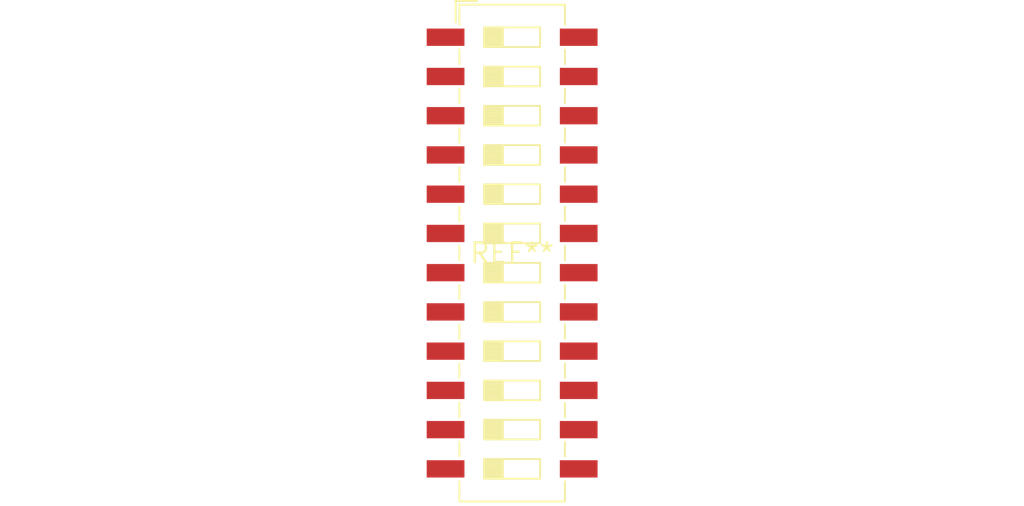
<source format=kicad_pcb>
(kicad_pcb (version 20240108) (generator pcbnew)
  (layers (0 "F.Cu" signal) (31 "B.Cu" signal) (34 "B.Paste" user) (35 "F.Paste" user) (36 "B.SilkS" user "B.Silkscreen") (37 "F.SilkS" user "F.Silkscreen") (38 "B.Mask" user) (39 "F.Mask" user) (44 "Edge.Cuts" user))
  (net 0 "")
  (footprint "SW_DIP_SPSTx12_Slide_6.7x32.04mm_W8.61mm_P2.54mm_LowProfile" (layer "F.Cu") (at 0 0)
    (property "Reference" "REF**")
    (property "Value" "SW_DIP_SPSTx12_Slide_6.7x32.04mm_W8.61mm_P2.54mm_LowProfile")
    (fp_line (start -3.65 -16.32) (end -3.65 -14.937) (layer "F.SilkS") (stroke (width 0.12)))
    (fp_line (start -3.65 -16.32) (end -2.267 -16.32) (layer "F.SilkS") (stroke (width 0.12)))
    (fp_line (start -3.41 -16.08) (end -3.41 -14.77) (layer "F.SilkS") (stroke (width 0.12)))
    (fp_line (start -3.41 -16.08) (end 3.41 -16.08) (layer "F.SilkS") (stroke (width 0.12)))
    (fp_line (start -3.41 -13.17) (end -3.41 -12.23) (layer "F.SilkS") (stroke (width 0.12)))
    (fp_line (start -3.41 -10.63) (end -3.41 -9.69) (layer "F.SilkS") (stroke (width 0.12)))
    (fp_line (start -3.41 -8.09) (end -3.41 -7.15) (layer "F.SilkS") (stroke (width 0.12)))
    (fp_line (start -3.41 -5.55) (end -3.41 -4.61) (layer "F.SilkS") (stroke (width 0.12)))
    (fp_line (start -3.41 -3.01) (end -3.41 -2.07) (layer "F.SilkS") (stroke (width 0.12)))
    (fp_line (start -3.41 -0.47) (end -3.41 0.47) (layer "F.SilkS") (stroke (width 0.12)))
    (fp_line (start -3.41 2.07) (end -3.41 3.01) (layer "F.SilkS") (stroke (width 0.12)))
    (fp_line (start -3.41 4.61) (end -3.41 5.55) (layer "F.SilkS") (stroke (width 0.12)))
    (fp_line (start -3.41 7.15) (end -3.41 8.09) (layer "F.SilkS") (stroke (width 0.12)))
    (fp_line (start -3.41 9.69) (end -3.41 10.63) (layer "F.SilkS") (stroke (width 0.12)))
    (fp_line (start -3.41 12.23) (end -3.41 13.17) (layer "F.SilkS") (stroke (width 0.12)))
    (fp_line (start -3.41 14.77) (end -3.41 16.08) (layer "F.SilkS") (stroke (width 0.12)))
    (fp_line (start -3.41 16.08) (end 3.41 16.08) (layer "F.SilkS") (stroke (width 0.12)))
    (fp_line (start -1.81 -14.605) (end -1.81 -13.335) (layer "F.SilkS") (stroke (width 0.12)))
    (fp_line (start -1.81 -14.485) (end -0.603333 -14.485) (layer "F.SilkS") (stroke (width 0.12)))
    (fp_line (start -1.81 -14.365) (end -0.603333 -14.365) (layer "F.SilkS") (stroke (width 0.12)))
    (fp_line (start -1.81 -14.245) (end -0.603333 -14.245) (layer "F.SilkS") (stroke (width 0.12)))
    (fp_line (start -1.81 -14.125) (end -0.603333 -14.125) (layer "F.SilkS") (stroke (width 0.12)))
    (fp_line (start -1.81 -14.005) (end -0.603333 -14.005) (layer "F.SilkS") (stroke (width 0.12)))
    (fp_line (start -1.81 -13.885) (end -0.603333 -13.885) (layer "F.SilkS") (stroke (width 0.12)))
    (fp_line (start -1.81 -13.765) (end -0.603333 -13.765) (layer "F.SilkS") (stroke (width 0.12)))
    (fp_line (start -1.81 -13.645) (end -0.603333 -13.645) (layer "F.SilkS") (stroke (width 0.12)))
    (fp_line (start -1.81 -13.525) (end -0.603333 -13.525) (layer "F.SilkS") (stroke (width 0.12)))
    (fp_line (start -1.81 -13.405) (end -0.603333 -13.405) (layer "F.SilkS") (stroke (width 0.12)))
    (fp_line (start -1.81 -13.335) (end 1.81 -13.335) (layer "F.SilkS") (stroke (width 0.12)))
    (fp_line (start -1.81 -12.065) (end -1.81 -10.795) (layer "F.SilkS") (stroke (width 0.12)))
    (fp_line (start -1.81 -11.945) (end -0.603333 -11.945) (layer "F.SilkS") (stroke (width 0.12)))
    (fp_line (start -1.81 -11.825) (end -0.603333 -11.825) (layer "F.SilkS") (stroke (width 0.12)))
    (fp_line (start -1.81 -11.705) (end -0.603333 -11.705) (layer "F.SilkS") (stroke (width 0.12)))
    (fp_line (start -1.81 -11.585) (end -0.603333 -11.585) (layer "F.SilkS") (stroke (width 0.12)))
    (fp_line (start -1.81 -11.465) (end -0.603333 -11.465) (layer "F.SilkS") (stroke (width 0.12)))
    (fp_line (start -1.81 -11.345) (end -0.603333 -11.345) (layer "F.SilkS") (stroke (width 0.12)))
    (fp_line (start -1.81 -11.225) (end -0.603333 -11.225) (layer "F.SilkS") (stroke (width 0.12)))
    (fp_line (start -1.81 -11.105) (end -0.603333 -11.105) (layer "F.SilkS") (stroke (width 0.12)))
    (fp_line (start -1.81 -10.985) (end -0.603333 -10.985) (layer "F.SilkS") (stroke (width 0.12)))
    (fp_line (start -1.81 -10.865) (end -0.603333 -10.865) (layer "F.SilkS") (stroke (width 0.12)))
    (fp_line (start -1.81 -10.795) (end 1.81 -10.795) (layer "F.SilkS") (stroke (width 0.12)))
    (fp_line (start -1.81 -9.525) (end -1.81 -8.255) (layer "F.SilkS") (stroke (width 0.12)))
    (fp_line (start -1.81 -9.405) (end -0.603333 -9.405) (layer "F.SilkS") (stroke (width 0.12)))
    (fp_line (start -1.81 -9.285) (end -0.603333 -9.285) (layer "F.SilkS") (stroke (width 0.12)))
    (fp_line (start -1.81 -9.165) (end -0.603333 -9.165) (layer "F.SilkS") (stroke (width 0.12)))
    (fp_line (start -1.81 -9.045) (end -0.603333 -9.045) (layer "F.SilkS") (stroke (width 0.12)))
    (fp_line (start -1.81 -8.925) (end -0.603333 -8.925) (layer "F.SilkS") (stroke (width 0.12)))
    (fp_line (start -1.81 -8.805) (end -0.603333 -8.805) (layer "F.SilkS") (stroke (width 0.12)))
    (fp_line (start -1.81 -8.685) (end -0.603333 -8.685) (layer "F.SilkS") (stroke (width 0.12)))
    (fp_line (start -1.81 -8.565) (end -0.603333 -8.565) (layer "F.SilkS") (stroke (width 0.12)))
    (fp_line (start -1.81 -8.445) (end -0.603333 -8.445) (layer "F.SilkS") (stroke (width 0.12)))
    (fp_line (start -1.81 -8.325) (end -0.603333 -8.325) (layer "F.SilkS") (stroke (width 0.12)))
    (fp_line (start -1.81 -8.255) (end 1.81 -8.255) (layer "F.SilkS") (stroke (width 0.12)))
    (fp_line (start -1.81 -6.985) (end -1.81 -5.715) (layer "F.SilkS") (stroke (width 0.12)))
    (fp_line (start -1.81 -6.865) (end -0.603333 -6.865) (layer "F.SilkS") (stroke (width 0.12)))
    (fp_line (start -1.81 -6.745) (end -0.603333 -6.745) (layer "F.SilkS") (stroke (width 0.12)))
    (fp_line (start -1.81 -6.625) (end -0.603333 -6.625) (layer "F.SilkS") (stroke (width 0.12)))
    (fp_line (start -1.81 -6.505) (end -0.603333 -6.505) (layer "F.SilkS") (stroke (width 0.12)))
    (fp_line (start -1.81 -6.385) (end -0.603333 -6.385) (layer "F.SilkS") (stroke (width 0.12)))
    (fp_line (start -1.81 -6.265) (end -0.603333 -6.265) (layer "F.SilkS") (stroke (width 0.12)))
    (fp_line (start -1.81 -6.145) (end -0.603333 -6.145) (layer "F.SilkS") (stroke (width 0.12)))
    (fp_line (start -1.81 -6.025) (end -0.603333 -6.025) (layer "F.SilkS") (stroke (width 0.12)))
    (fp_line (start -1.81 -5.905) (end -0.603333 -5.905) (layer "F.SilkS") (stroke (width 0.12)))
    (fp_line (start -1.81 -5.785) (end -0.603333 -5.785) (layer "F.SilkS") (stroke (width 0.12)))
    (fp_line (start -1.81 -5.715) (end 1.81 -5.715) (layer "F.SilkS") (stroke (width 0.12)))
    (fp_line (start -1.81 -4.445) (end -1.81 -3.175) (layer "F.SilkS") (stroke (width 0.12)))
    (fp_line (start -1.81 -4.325) (end -0.603333 -4.325) (layer "F.SilkS") (stroke (width 0.12)))
    (fp_line (start -1.81 -4.205) (end -0.603333 -4.205) (layer "F.SilkS") (stroke (width 0.12)))
    (fp_line (start -1.81 -4.085) (end -0.603333 -4.085) (layer "F.SilkS") (stroke (width 0.12)))
    (fp_line (start -1.81 -3.965) (end -0.603333 -3.965) (layer "F.SilkS") (stroke (width 0.12)))
    (fp_line (start -1.81 -3.845) (end -0.603333 -3.845) (layer "F.SilkS") (stroke (width 0.12)))
    (fp_line (start -1.81 -3.725) (end -0.603333 -3.725) (layer "F.SilkS") (stroke (width 0.12)))
    (fp_line (start -1.81 -3.605) (end -0.603333 -3.605) (layer "F.SilkS") (stroke (width 0.12)))
    (fp_line (start -1.81 -3.485) (end -0.603333 -3.485) (layer "F.SilkS") (stroke (width 0.12)))
    (fp_line (start -1.81 -3.365) (end -0.603333 -3.365) (layer "F.SilkS") (stroke (width 0.12)))
    (fp_line (start -1.81 -3.245) (end -0.603333 -3.245) (layer "F.SilkS") (stroke (width 0.12)))
    (fp_line (start -1.81 -3.175) (end 1.81 -3.175) (layer "F.SilkS") (stroke (width 0.12)))
    (fp_line (start -1.81 -1.905) (end -1.81 -0.635) (layer "F.SilkS") (stroke (width 0.12)))
    (fp_line (start -1.81 -1.785) (end -0.603333 -1.785) (layer "F.SilkS") (stroke (width 0.12)))
    (fp_line (start -1.81 -1.665) (end -0.603333 -1.665) (layer "F.SilkS") (stroke (width 0.12)))
    (fp_line (start -1.81 -1.545) (end -0.603333 -1.545) (layer "F.SilkS") (stroke (width 0.12)))
    (fp_line (start -1.81 -1.425) (end -0.603333 -1.425) (layer "F.SilkS") (stroke (width 0.12)))
    (fp_line (start -1.81 -1.305) (end -0.603333 -1.305) (layer "F.SilkS") (stroke (width 0.12)))
    (fp_line (start -1.81 -1.185) (end -0.603333 -1.185) (layer "F.SilkS") (stroke (width 0.12)))
    (fp_line (start -1.81 -1.065) (end -0.603333 -1.065) (layer "F.SilkS") (stroke (width 0.12)))
    (fp_line (start -1.81 -0.945) (end -0.603333 -0.945) (layer "F.SilkS") (stroke (width 0.12)))
    (fp_line (start -1.81 -0.825) (end -0.603333 -0.825) (layer "F.SilkS") (stroke (width 0.12)))
    (fp_line (start -1.81 -0.705) (end -0.603333 -0.705) (layer "F.SilkS") (stroke (width 0.12)))
    (fp_line (start -1.81 -0.635) (end 1.81 -0.635) (layer "F.SilkS") (stroke (width 0.12)))
    (fp_line (start -1.81 0.635) (end -1.81 1.905) (layer "F.SilkS") (stroke (width 0.12)))
    (fp_line (start -1.81 0.755) (end -0.603333 0.755) (layer "F.SilkS") (stroke (width 0.12)))
    (fp_line (start -1.81 0.875) (end -0.603333 0.875) (layer "F.SilkS") (stroke (width 0.12)))
    (fp_line (start -1.81 0.995) (end -0.603333 0.995) (layer "F.SilkS") (stroke (width 0.12)))
    (fp_line (start -1.81 1.115) (end -0.603333 1.115) (layer "F.SilkS") (stroke (width 0.12)))
    (fp_line (start -1.81 1.235) (end -0.603333 1.235) (layer "F.SilkS") (stroke (width 0.12)))
    (fp_line (start -1.81 1.355) (end -0.603333 1.355) (layer "F.SilkS") (stroke (width 0.12)))
    (fp_line (start -1.81 1.475) (end -0.603333 1.475) (layer "F.SilkS") (stroke (width 0.12)))
    (fp_line (start -1.81 1.595) (end -0.603333 1.595) (layer "F.SilkS") (stroke (width 0.12)))
    (fp_line (start -1.81 1.715) (end -0.603333 1.715) (layer "F.SilkS") (stroke (width 0.12)))
    (fp_line (start -1.81 1.835) (end -0.603333 1.835) (layer "F.SilkS") (stroke (width 0.12)))
    (fp_line (start -1.81 1.905) (end 1.81 1.905) (layer "F.SilkS") (stroke (width 0.12)))
    (fp_line (start -1.81 3.175) (end -1.81 4.445) (layer "F.SilkS") (stroke (width 0.12)))
    (fp_line (start -1.81 3.295) (end -0.603333 3.295) (layer "F.SilkS") (stroke (width 0.12)))
    (fp_line (start -1.81 3.415) (end -0.603333 3.415) (layer "F.SilkS") (stroke (width 0.12)))
    (fp_line (start -1.81 3.535) (end -0.603333 3.535) (layer "F.SilkS") (stroke (width 0.12)))
    (fp_line (start -1.81 3.655) (end -0.603333 3.655) (layer "F.SilkS") (stroke (width 0.12)))
    (fp_line (start -1.81 3.775) (end -0.603333 3.775) (layer "F.SilkS") (stroke (width 0.12)))
    (fp_line (start -1.81 3.895) (end -0.603333 3.895) (layer "F.SilkS") (stroke (width 0.12)))
    (fp_line (start -1.81 4.015) (end -0.603333 4.015) (layer "F.SilkS") (stroke (width 0.12)))
    (fp_line (start -1.81 4.135) (end -0.603333 4.135) (layer "F.SilkS") (stroke (width 0.12)))
    (fp_line (start -1.81 4.255) (end -0.603333 4.255) (layer "F.SilkS") (stroke (width 0.12)))
    (fp_line (start -1.81 4.375) (end -0.603333 4.375) (layer "F.SilkS") (stroke (width 0.12)))
    (fp_line (start -1.81 4.445) (end 1.81 4.445) (layer "F.SilkS") (stroke (width 0.12)))
    (fp_line (start -1.81 5.715) (end -1.81 6.985) (layer "F.SilkS") (stroke (width 0.12)))
    (fp_line (start -1.81 5.835) (end -0.603333 5.835) (layer "F.SilkS") (stroke (width 0.12)))
    (fp_line (start -1.81 5.955) (end -0.603333 5.955) (layer "F.SilkS") (stroke (width 0.12)))
    (fp_line (start -1.81 6.075) (end -0.603333 6.075) (layer "F.SilkS") (stroke (width 0.12)))
    (fp_line (start -1.81 6.195) (end -0.603333 6.195) (layer "F.SilkS") (stroke (width 0.12)))
    (fp_line (start -1.81 6.315) (end -0.603333 6.315) (layer "F.SilkS") (stroke (width 0.12)))
    (fp_line (start -1.81 6.435) (end -0.603333 6.435) (layer "F.SilkS") (stroke (width 0.12)))
    (fp_line (start -1.81 6.555) (end -0.603333 6.555) (layer "F.SilkS") (stroke (width 0.12)))
    (fp_line (start -1.81 6.675) (end -0.603333 6.675) (layer "F.SilkS") (stroke (width 0.12)))
    (fp_line (start -1.81 6.795) (end -0.603333 6.795) (layer "F.SilkS") (stroke (width 0.12)))
    (fp_line (start -1.81 6.915) (end -0.603333 6.915) (layer "F.SilkS") (stroke (width 0.12)))
    (fp_line (start -1.81 6.985) (end 1.81 6.985) (layer "F.SilkS") (stroke (width 0.12)))
    (fp_line (start -1.81 8.255) (end -1.81 9.525) (layer "F.SilkS") (stroke (width 0.12)))
    (fp_line (start -1.81 8.375) (end -0.603333 8.375) (layer "F.SilkS") (stroke (width 0.12)))
    (fp_line (start -1.81 8.495) (end -0.603333 8.495) (layer "F.SilkS") (stroke (width 0.12)))
    (fp_line (start -1.81 8.615) (end -0.603333 8.615) (layer "F.SilkS") (stroke (width 0.12)))
    (fp_line (start -1.81 8.735) (end -0.603333 8.735) (layer "F.SilkS") (stroke (width 0.12)))
    (fp_line (start -1.81 8.855) (end -0.603333 8.855) (layer "F.SilkS") (stroke (width 0.12)))
    (fp_line (start -1.81 8.975) (end -0.603333 8.975) (layer "F.SilkS") (stroke (width 0.12)))
    (fp_line (start -1.81 9.095) (end -0.603333 9.095) (layer "F.SilkS") (stroke (width 0.12)))
    (fp_line (start -1.81 9.215) (end -0.603333 9.215) (layer "F.SilkS") (stroke (width 0.12)))
    (fp_line (start -1.81 9.335) (end -0.603333 9.335) (layer "F.SilkS") (stroke (width 0.12)))
    (fp_line (start -1.81 9.455) (end -0.603333 9.455) (layer "F.SilkS") (stroke (width 0.12)))
    (fp_line (start -1.81 9.525) (end 1.81 9.525) (layer "F.SilkS") (stroke (width 0.12)))
    (fp_line (start -1.81 10.795) (end -1.81 12.065) (layer "F.SilkS") (stroke (width 0.12)))
    (fp_line (start -1.81 10.915) (end -0.603333 10.915) (layer "F.SilkS") (stroke (width 0.12)))
    (fp_line (start -1.81 11.035) (end -0.603333 11.035) (layer "F.SilkS") (stroke (width 0.12)))
    (fp_line (start -1.81 11.155) (end -0.603333 11.155) (layer "F.SilkS") (stroke (width 0.12)))
    (fp_line (start -1.81 11.275) (end -0.603333 11.275) (layer "F.SilkS") (stroke (width 0.12)))
    (fp_line (start -1.81 11.395) (end -0.603333 11.395) (layer "F.SilkS") (stroke (width 0.12)))
    (fp_line (start -1.81 11.515) (end -0.603333 11.515) (layer "F.SilkS") (stroke (width 0.12)))
    (fp_line (start -1.81 11.635) (end -0.603333 11.635) (layer "F.SilkS") (stroke (width 0.12)))
    (fp_line (start -1.81 11.755) (end -0.603333 11.755) (layer "F.SilkS") (stroke (width 0.12)))
    (fp_line (start -1.81 11.875) (end -0.603333 11.875) (layer "F.SilkS") (stroke (width 0.12)))
    (fp_line (start -1.81 11.995) (end -0.603333 11.995) (layer "F.SilkS") (stroke (width 0.12)))
    (fp_line (start -1.81 12.065) (end 1.81 12.065) (layer "F.SilkS") (stroke (width 0.12)))
    (fp_line (start -1.81 13.335) (end -1.81 14.605) (layer "F.SilkS") (stroke (width 0.12)))
    (fp_line (start -1.81 13.455) (end -0.603333 13.455) (layer "F.SilkS") (stroke (width 0.12)))
    (fp_line (start -1.81 13.575) (end -0.603333 13.575) (layer "F.SilkS") (stroke (width 0.12)))
    (fp_line (start -1.81 13.695) (end -0.603333 13.695) (layer "F.SilkS") (stroke (width 0.12)))
    (fp_line (start -1.81 13.815) (end -0.603333 13.815) (layer "F.SilkS") (stroke (width 0.12)))
    (fp_line (start -1.81 13.935) (end -0.603333 13.935) (layer "F.SilkS") (stroke (width 0.12)))
    (fp_line (start -1.81 14.055) (end -0.603333 14.055) (layer "F.SilkS") (stroke (width 0.12)))
    (fp_line (start -1.81 14.175) (end -0.603333 14.175) (layer "F.SilkS") (stroke (width 0.12)))
    (fp_line (start -1.81 14.295) (end -0.603333 14.295) (layer "F.SilkS") (stroke (width 0.12)))
    (fp_line (start -1.81 14.415) (end -0.603333 14.415) (layer "F.SilkS") (stroke (width 0.12)))
    (fp_line (start -1.81 14.535) (end -0.603333 14.535) (layer "F.SilkS") (stroke (width 0.12)))
    (fp_line (start -1.81 14.605) (end 1.81 14.605) (layer "F.SilkS") (stroke (width 0.12)))
    (fp_line (start -0.603333 -14.605) (end -0.603333 -13.335) (layer "F.SilkS") (stroke (width 0.12)))
    (fp_line (start -0.603333 -12.065) (end -0.603333 -10.795) (layer "F.SilkS") (stroke (width 0.12)))
    (fp_line (start -0.603333 -9.525) (end -0.603333 -8.255) (layer "F.SilkS") (stroke (width 0.12)))
    (fp_line (start -0.603333 -6.985) (end -0.603333 -5.715) (layer "F.SilkS") (stroke (width 0.12)))
    (fp_line (start -0.603333 -4.445) (end -0.603333 -3.175) (layer "F.SilkS") (stroke (width 0.12)))
    (fp_line (start -0.603333 -1.905) (end -0.603333 -0.635) (layer "F.SilkS") (stroke (width 0.12)))
    (fp_line (start -0.603333 0.635) (end -0.603333 1.905) (layer "F.SilkS") (stroke (width 0.12)))
    (fp_line (start -0.603333 3.175) (end -0.603333 4.445) (layer "F.SilkS") (stroke (width 0.12)))
    (fp_line (start -0.603333 5.715) (end -0.603333 6.985) (layer "F.SilkS") (stroke (width 0.12)))
    (fp_line (start -0.603333 8.255) (end -0.603333 9.525) (layer "F.SilkS") (stroke (width 0.12)))
    (fp_line (start -0.603333 10.795) (end -0.603333 12.065) (layer "F.SilkS") (stroke (width 0.12)))
    (fp_line (start -0.603333 13.335) (end -0.603333 14.605) (layer "F.SilkS") (stroke (width 0.12)))
    (fp_line (start 1.81 -14.605) (end -1.81 -14.605) (layer "F.SilkS") (stroke (width 0.12)))
    (fp_line (start 1.81 -13.335) (end 1.81 -14.605) (layer "F.SilkS") (stroke (width 0.12)))
    (fp_line (start 1.81 -12.065) (end -1.81 -12.065) (layer "F.SilkS") (stroke (width 0.12)))
    (fp_line (start 1.81 -10.795) (end 1.81 -12.065) (layer "F.SilkS") (stroke (width 0.12)))
    (fp_line (start 1.81 -9.525) (end -1.81 -9.525) (layer "F.SilkS") (stroke (width 0.12)))
    (fp_line (start 1.81 -8.255) (end 1.81 -9.525) (layer "F.SilkS") (stroke (width 0.12)))
    (fp_line (start 1.81 -6.985) (end -1.81 -6.985) (layer "F.SilkS") (stroke (width 0.12)))
    (fp_line (start 1.81 -5.715) (end 1.81 -6.985) (layer "F.SilkS") (stroke (width 0.12)))
    (fp_line (start 1.81 -4.445) (end -1.81 -4.445) (layer "F.SilkS") (stroke (width 0.12)))
    (fp_line (start 1.81 -3.175) (end 1.81 -4.445) (layer "F.SilkS") (stroke (width 0.12)))
    (fp_line (start 1.81 -1.905) (end -1.81 -1.905) (layer "F.SilkS") (stroke (width 0.12)))
    (fp_line (start 1.81 -0.635) (end 1.81 -1.905) (layer "F.SilkS") (stroke (width 0.12)))
    (fp_line (start 1.81 0.635) (end -1.81 0.635) (layer "F.SilkS") (stroke (width 0.12)))
    (fp_line (start 1.81 1.905) (end 1.81 0.635) (layer "F.SilkS") (stroke (width 0.12)))
    (fp_line (start 1.81 3.175) (end -1.81 3.175) (layer "F.SilkS") (stroke (width 0.12)))
    (fp_line (start 1.81 4.445) (end 1.81 3.175) (layer "F.SilkS") (stroke (width 0.12)))
    (fp_line (start 1.81 5.715) (end -1.81 5.715) (layer "F.SilkS") (stroke (width 0.12)))
    (fp_line (start 1.81 6.985) (end 1.81 5.715) (layer "F.SilkS") (stroke (width 0.12)))
    (fp_line (start 1.81 8.255) (end -1.81 8.255) (layer "F.SilkS") (stroke (width 0.12)))
    (fp_line (start 1.81 9.525) (end 1.81 8.255) (layer "F.SilkS") (stroke (width 0.12)))
    (fp_line (start 1.81 10.795) (end -1.81 10.795) (layer "F.SilkS") (stroke (width 0.12)))
    (fp_line (start 1.81 12.065) (end 1.81 10.795) (layer "F.SilkS") (stroke (width 0.12)))
    (fp_line (start 1.81 13.335) (end -1.81 13.335) (layer "F.SilkS") (stroke (width 0.12)))
    (fp_line (start 1.81 14.605) (end 1.81 13.335) (layer "F.SilkS") (stroke (width 0.12)))
    (fp_line (start 3.41 -16.08) (end 3.41 -14.77) (layer "F.SilkS") (stroke (width 0.12)))
    (fp_line (start 3.41 -13.169) (end 3.41 -12.229) (layer "F.SilkS") (stroke (width 0.12)))
    (fp_line (start 3.41 -10.629) (end 3.41 -9.689) (layer "F.SilkS") (stroke (width 0.12)))
    (fp_line (start 3.41 -8.089) (end 3.41 -7.149) (layer "F.SilkS") (stroke (width 0.12)))
    (fp_line (start 3.41 -5.549) (end 3.41 -4.609) (layer "F.SilkS") (stroke (width 0.12)))
    (fp_line (start 3.41 -3.009) (end 3.41 -2.069) (layer "F.SilkS") (stroke (width 0.12)))
    (fp_line (start 3.41 -0.469) (end 3.41 0.471) (layer "F.SilkS") (stroke (width 0.12)))
    (fp_line (start 3.41 2.071) (end 3.41 3.011) (layer "F.SilkS") (stroke (width 0.12)))
    (fp_line (start 3.41 4.611) (end 3.41 5.551) (layer "F.SilkS") (stroke (width 0.12)))
    (fp_line (start 3.41 7.151) (end 3.41 8.09) (layer "F.SilkS") (stroke (width 0.12)))
    (fp_line (start 3.41 9.691) (end 3.41 10.63) (layer "F.SilkS") (stroke (width 0.12)))
    (fp_line (start 3.41 12.231) (end 3.41 13.17) (layer "F.SilkS") (stroke (width 0.12)))
    (fp_line (start 3.41 14.77) (end 3.41 16.08) (layer "F.SilkS") (stroke (width 0.12)))
    (pad "1" smd rect (at -4.305 -13.97) (size 2.44 1.12) (layers "F.Cu" "F.Paste" "F.Mask"))
    (pad "2" smd rect (at -4.305 -11.43) (size 2.44 1.12) (layers "F.Cu" "F.Paste" "F.Mask"))
    (pad "3" smd rect (at -4.305 -8.89) (size 2.44 1.12) (layers "F.Cu" "F.Paste" "F.Mask"))
    (pad "4" smd rect (at -4.305 -6.35) (size 2.44 1.12) (layers "F.Cu" "F.Paste" "F.Mask"))
    (pad "5" smd rect (at -4.305 -3.81) (size 2.44 1.12) (layers "F.Cu" "F.Paste" "F.Mask"))
    (pad "6" smd rect (at -4.305 -1.27) (size 2.44 1.12) (layers "F.Cu" "F.Paste" "F.Mask"))
    (pad "7" smd rect (at -4.305 1.27) (size 2.44 1.12) (layers "F.Cu" "F.Paste" "F.Mask"))
    (pad "8" smd rect (at -4.305 3.81) (size 2.44 1.12) (layers "F.Cu" "F.Paste" "F.Mask"))
    (pad "9" smd rect (at -4.305 6.35) (size 2.44 1.12) (layers "F.Cu" "F.Paste" "F.Mask"))
    (pad "10" smd rect (at -4.305 8.89) (size 2.44 1.12) (layers "F.Cu" "F.Paste" "F.Mask"))
    (pad "11" smd rect (at -4.305 11.43) (size 2.44 1.12) (layers "F.Cu" "F.Paste" "F.Mask"))
    (pad "12" smd rect (at -4.305 13.97) (size 2.44 1.12) (layers "F.Cu" "F.Paste" "F.Mask"))
    (pad "13" smd rect (at 4.305 13.97) (size 2.44 1.12) (layers "F.Cu" "F.Paste" "F.Mask"))
    (pad "14" smd rect (at 4.305 11.43) (size 2.44 1.12) (layers "F.Cu" "F.Paste" "F.Mask"))
    (pad "15" smd rect (at 4.305 8.89) (size 2.44 1.12) (layers "F.Cu" "F.Paste" "F.Mask"))
    (pad "16" smd rect (at 4.305 6.35) (size 2.44 1.12) (layers "F.Cu" "F.Paste" "F.Mask"))
    (pad "17" smd rect (at 4.305 3.81) (size 2.44 1.12) (layers "F.Cu" "F.Paste" "F.Mask"))
    (pad "18" smd rect (at 4.305 1.27) (size 2.44 1.12) (layers "F.Cu" "F.Paste" "F.Mask"))
    (pad "19" smd rect (at 4.305 -1.27) (size 2.44 1.12) (layers "F.Cu" "F.Paste" "F.Mask"))
    (pad "20" smd rect (at 4.305 -3.81) (size 2.44 1.12) (layers "F.Cu" "F.Paste" "F.Mask"))
    (pad "21" smd rect (at 4.305 -6.35) (size 2.44 1.12) (layers "F.Cu" "F.Paste" "F.Mask"))
    (pad "22" smd rect (at 4.305 -8.89) (size 2.44 1.12) (layers "F.Cu" "F.Paste" "F.Mask"))
    (pad "23" smd rect (at 4.305 -11.43) (size 2.44 1.12) (layers "F.Cu" "F.Paste" "F.Mask"))
    (pad "24" smd rect (at 4.305 -13.97) (size 2.44 1.12) (layers "F.Cu" "F.Paste" "F.Mask"))
  )
)
</source>
